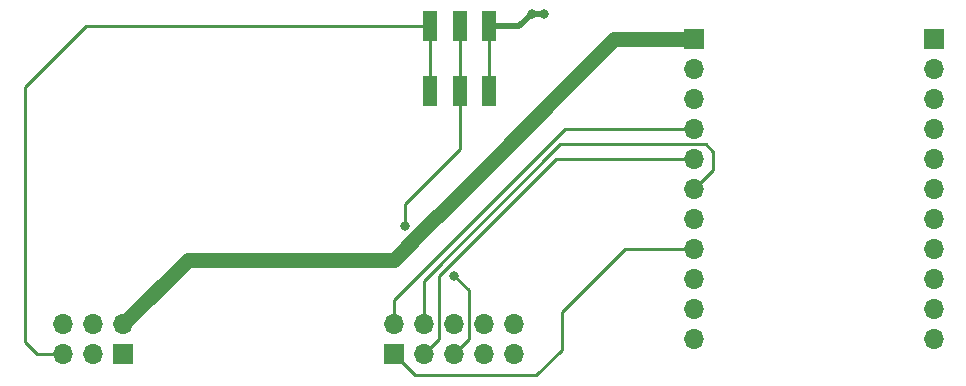
<source format=gtl>
G04 #@! TF.GenerationSoftware,KiCad,Pcbnew,6.0.2+dfsg-1*
G04 #@! TF.CreationDate,2023-12-10T15:56:56-07:00*
G04 #@! TF.ProjectId,ckt-dingdong-prog,636b742d-6469-46e6-9764-6f6e672d7072,rev?*
G04 #@! TF.SameCoordinates,Original*
G04 #@! TF.FileFunction,Copper,L1,Top*
G04 #@! TF.FilePolarity,Positive*
%FSLAX46Y46*%
G04 Gerber Fmt 4.6, Leading zero omitted, Abs format (unit mm)*
G04 Created by KiCad (PCBNEW 6.0.2+dfsg-1) date 2023-12-10 15:56:56*
%MOMM*%
%LPD*%
G01*
G04 APERTURE LIST*
G04 #@! TA.AperFunction,ComponentPad*
%ADD10R,1.700000X1.700000*%
G04 #@! TD*
G04 #@! TA.AperFunction,ComponentPad*
%ADD11O,1.700000X1.700000*%
G04 #@! TD*
G04 #@! TA.AperFunction,SMDPad,CuDef*
%ADD12R,1.200000X2.500000*%
G04 #@! TD*
G04 #@! TA.AperFunction,ViaPad*
%ADD13C,0.800000*%
G04 #@! TD*
G04 #@! TA.AperFunction,Conductor*
%ADD14C,0.254000*%
G04 #@! TD*
G04 #@! TA.AperFunction,Conductor*
%ADD15C,1.270000*%
G04 #@! TD*
G04 #@! TA.AperFunction,Conductor*
%ADD16C,0.250000*%
G04 #@! TD*
G04 #@! TA.AperFunction,Conductor*
%ADD17C,0.508000*%
G04 #@! TD*
G04 APERTURE END LIST*
D10*
X88905000Y-115575000D03*
D11*
X88905000Y-113035000D03*
X91445000Y-115575000D03*
X91445000Y-113035000D03*
X93985000Y-115575000D03*
X93985000Y-113035000D03*
X96525000Y-115575000D03*
X96525000Y-113035000D03*
X99065000Y-115575000D03*
X99065000Y-113035000D03*
D10*
X134620000Y-88900000D03*
D11*
X134620000Y-91440000D03*
X134620000Y-93980000D03*
X134620000Y-96520000D03*
X134620000Y-99060000D03*
X134620000Y-101600000D03*
X134620000Y-104140000D03*
X134620000Y-106680000D03*
X134620000Y-109220000D03*
X134620000Y-111760000D03*
X134620000Y-114300000D03*
D10*
X114300000Y-88900000D03*
D11*
X114300000Y-91440000D03*
X114300000Y-93980000D03*
X114300000Y-96520000D03*
X114300000Y-99060000D03*
X114300000Y-101600000D03*
X114300000Y-104140000D03*
X114300000Y-106680000D03*
X114300000Y-109220000D03*
X114300000Y-111760000D03*
X114300000Y-114300000D03*
D12*
X91988000Y-93301000D03*
X94488000Y-93301000D03*
X96988000Y-93301000D03*
X91988000Y-87801000D03*
X94488000Y-87801000D03*
X96988000Y-87801000D03*
D10*
X66025000Y-115575000D03*
D11*
X66025000Y-113035000D03*
X63485000Y-115575000D03*
X63485000Y-113035000D03*
X60945000Y-115575000D03*
X60945000Y-113035000D03*
D13*
X91567000Y-104902000D03*
X92964000Y-103505000D03*
X92265500Y-104203500D03*
X89852500Y-104711500D03*
X94043500Y-108902500D03*
X101600000Y-86741000D03*
X100584000Y-86741000D03*
D14*
X100965000Y-117348000D02*
X90678000Y-117348000D01*
X108458000Y-106680000D02*
X103124000Y-112014000D01*
X103124000Y-112014000D02*
X103124000Y-115189000D01*
X114300000Y-106680000D02*
X108458000Y-106680000D01*
X103124000Y-115189000D02*
X100965000Y-117348000D01*
X90678000Y-117348000D02*
X88905000Y-115575000D01*
D15*
X88905000Y-107564000D02*
X71496000Y-107564000D01*
X114300000Y-88900000D02*
X107569000Y-88900000D01*
X71496000Y-107564000D02*
X66025000Y-113035000D01*
X91567000Y-104902000D02*
X88905000Y-107564000D01*
X92964000Y-103505000D02*
X92265500Y-104203500D01*
X92265500Y-104203500D02*
X91567000Y-104902000D01*
X107569000Y-88900000D02*
X92964000Y-103505000D01*
D16*
X88905000Y-111003000D02*
X88905000Y-113035000D01*
X103378000Y-96520000D02*
X88900000Y-110998000D01*
X88900000Y-110998000D02*
X88905000Y-111003000D01*
X114300000Y-96520000D02*
X103378000Y-96520000D01*
D14*
X92710000Y-114310000D02*
X91445000Y-115575000D01*
X102616000Y-99060000D02*
X92710000Y-108966000D01*
X92710000Y-108966000D02*
X92710000Y-114310000D01*
X114300000Y-99060000D02*
X102616000Y-99060000D01*
D16*
X115316000Y-97790000D02*
X102997000Y-97790000D01*
X102997000Y-97790000D02*
X91445000Y-109342000D01*
X115951000Y-99949000D02*
X115951000Y-98425000D01*
X114300000Y-101600000D02*
X115951000Y-99949000D01*
X91445000Y-109342000D02*
X91445000Y-113035000D01*
X115951000Y-98425000D02*
X115316000Y-97790000D01*
X95250000Y-114310000D02*
X93985000Y-115575000D01*
X89852500Y-104711500D02*
X89852500Y-102806500D01*
X94043500Y-108902500D02*
X95250000Y-110109000D01*
X94488000Y-87801000D02*
X94488000Y-93301000D01*
X95250000Y-110109000D02*
X95250000Y-114310000D01*
X94488000Y-98171000D02*
X94488000Y-93301000D01*
X89852500Y-102806500D02*
X94488000Y-98171000D01*
D17*
X99524000Y-87801000D02*
X100584000Y-86741000D01*
X100584000Y-86741000D02*
X101600000Y-86741000D01*
X96988000Y-87801000D02*
X99524000Y-87801000D01*
D14*
X96988000Y-93301000D02*
X96988000Y-87801000D01*
X60945000Y-115575000D02*
X58679000Y-115575000D01*
X57658000Y-92964000D02*
X62821000Y-87801000D01*
X57658000Y-114554000D02*
X57658000Y-92964000D01*
X62821000Y-87801000D02*
X91988000Y-87801000D01*
X58679000Y-115575000D02*
X57658000Y-114554000D01*
X91988000Y-93301000D02*
X91988000Y-87801000D01*
M02*

</source>
